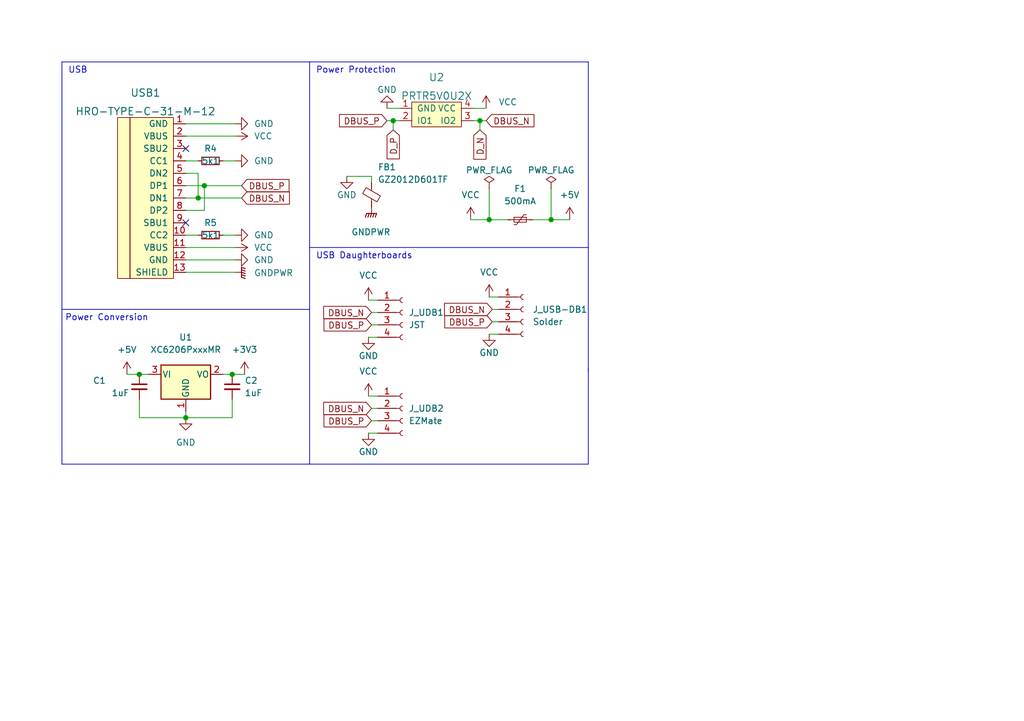
<source format=kicad_sch>
(kicad_sch (version 20230121) (generator eeschema)
  (paper "A5")
  (title_block (title "SST80") (date "2023-02-09") (rev "1.0"))
  (lib_symbols
    (symbol "Connector:Conn_01x04_Female" (pin_names (offset 1.016) hide)
      (property "Reference" "J" (at 0 5.08 0))
      (property "Value" "Conn_01x04_Female" (at 0 -7.62 0))
      (symbol "Conn_01x04_Female_1_1"
        (arc (start 0 -4.572) (mid -0.5058 -5.08) (end 0 -5.588) (stroke (width 0.1524)))
        (arc (start 0 -2.032) (mid -0.5058 -2.54) (end 0 -3.048) (stroke (width 0.1524)))
        (polyline (pts (xy -1.27 -5.08) (xy -0.508 -5.08)) (stroke (width 0.1524)))
        (polyline (pts (xy -1.27 -2.54) (xy -0.508 -2.54)) (stroke (width 0.1524)))
        (polyline (pts (xy -1.27 0) (xy -0.508 0)) (stroke (width 0.1524)))
        (polyline (pts (xy -1.27 2.54) (xy -0.508 2.54)) (stroke (width 0.1524)))
        (arc (start 0 0.508) (mid -0.5058 0) (end 0 -0.508) (stroke (width 0.1524)))
        (arc (start 0 3.048) (mid -0.5058 2.54) (end 0 2.032) (stroke (width 0.1524)))
        (pin passive line (at -5.08 2.54 0) (length 3.81) (name "Pin_1") (number "1"))
        (pin passive line (at -5.08 0 0) (length 3.81) (name "Pin_2") (number "2"))
        (pin passive line (at -5.08 -2.54 0) (length 3.81) (name "Pin_3") (number "3"))
        (pin passive line (at -5.08 -5.08 0) (length 3.81) (name "Pin_4") (number "4"))
      )
    )
    (symbol "Device:C_Small" (pin_numbers hide) (pin_names (offset 0.254) hide)
      (property "Reference" "C" (at 0.254 1.778 0))
      (property "Value" "C_Small" (at 0.254 -2.032 0))
      (symbol "C_Small_0_1"
        (polyline (pts (xy -1.524 -0.508) (xy 1.524 -0.508)) (stroke (width 0.3302)))
        (polyline (pts (xy -1.524 0.508) (xy 1.524 0.508)) (stroke (width 0.3048)))
      )
      (symbol "C_Small_1_1"
        (pin passive line (at 0 2.54 270) (length 2.032) (name "~") (number "1"))
        (pin passive line (at 0 -2.54 90) (length 2.032) (name "~") (number "2"))
      )
    )
    (symbol "Device:FerriteBead_Small" (pin_numbers hide) (pin_names (offset 0))
      (property "Reference" "FB" (at 1.905 1.27 0))
      (property "Value" "FerriteBead_Small" (at 1.905 -1.27 0))
      (symbol "FerriteBead_Small_0_1"
        (polyline (pts (xy 0 -1.27) (xy 0 -0.7874)))
        (polyline (pts (xy 0 0.889) (xy 0 1.2954)))
        (polyline (pts (xy -1.8288 0.2794) (xy -1.1176 1.4986) (xy 1.8288 -0.2032) (xy 1.1176 -1.4224) (xy -1.8288 0.2794)))
      )
      (symbol "FerriteBead_Small_1_1"
        (pin passive line (at 0 2.54 270) (length 1.27) (name "~") (number "1"))
        (pin passive line (at 0 -2.54 90) (length 1.27) (name "~") (number "2"))
      )
    )
    (symbol "Device:Polyfuse_Small" (pin_numbers hide) (pin_names (offset 0))
      (property "Reference" "F" (at -1.905 0 90))
      (property "Value" "Polyfuse_Small" (at 1.905 0 90))
      (symbol "Polyfuse_Small_0_1"
        (rectangle (start -0.508 1.27) (end 0.508 -1.27))
        (polyline (pts (xy 0 2.54) (xy 0 -2.54)))
        (polyline (pts (xy -1.016 1.27) (xy -1.016 0.762) (xy 1.016 -0.762) (xy 1.016 -1.27)))
      )
      (symbol "Polyfuse_Small_1_1"
        (pin passive line (at 0 2.54 270) (length 0.635) (name "~") (number "1"))
        (pin passive line (at 0 -2.54 90) (length 0.635) (name "~") (number "2"))
      )
    )
    (symbol "Device:R_Small" (pin_numbers hide) (pin_names (offset 0.254) hide)
      (property "Reference" "R" (at 0.762 0.508 0))
      (property "Value" "R_Small" (at 0.762 -1.016 0))
      (symbol "R_Small_0_1"
        (rectangle (start -0.762 1.778) (end 0.762 -1.778) (stroke (width 0.2032)))
      )
      (symbol "R_Small_1_1"
        (pin passive line (at 0 2.54 270) (length 0.762) (name "~") (number "1"))
        (pin passive line (at 0 -2.54 90) (length 0.762) (name "~") (number "2"))
      )
    )
    (symbol "Regulator_Linear:XC6206PxxxMR" (pin_names (offset 0.254))
      (property "Reference" "U" (at -3.81 3.175 0))
      (property "Value" "XC6206PxxxMR" (at 0 3.175 0))
      (symbol "XC6206PxxxMR_0_1"
        (rectangle (start -5.08 1.905) (end 5.08 -5.08) (stroke (width 0.254)) (fill (type background)))
      )
      (symbol "XC6206PxxxMR_1_1"
        (pin power_in line (at 0 -7.62 90) (length 2.54) (name "GND") (number "1"))
        (pin power_out line (at 7.62 0 180) (length 2.54) (name "VO") (number "2"))
        (pin power_in line (at -7.62 0 0) (length 2.54) (name "VI") (number "3"))
      )
    )
    (symbol "cipulot_parts:HRO-TYPE-C-31-M-12" (pin_names (offset 1.016))
      (property "Reference" "USB" (at -5.08 16.51 0))
      (property "Value" "HRO-TYPE-C-31-M-12" (at -10.16 -1.27 90))
      (symbol "HRO-TYPE-C-31-M-12_0_1"
        (rectangle (start -11.43 15.24) (end -8.89 -17.78) (fill (type background)))
        (rectangle (start 0 -17.78) (end -8.89 15.24) (fill (type background)))
      )
      (symbol "HRO-TYPE-C-31-M-12_1_1"
        (pin input line (at 2.54 13.97 180) (length 2.54) (name "GND") (number "1"))
        (pin input line (at 2.54 -8.89 180) (length 2.54) (name "CC2") (number "10"))
        (pin input line (at 2.54 -11.43 180) (length 2.54) (name "VBUS") (number "11"))
        (pin input line (at 2.54 -13.97 180) (length 2.54) (name "GND") (number "12"))
        (pin input line (at 2.54 -16.51 180) (length 2.54) (name "SHIELD") (number "13"))
        (pin input line (at 2.54 11.43 180) (length 2.54) (name "VBUS") (number "2"))
        (pin input line (at 2.54 8.89 180) (length 2.54) (name "SBU2") (number "3"))
        (pin input line (at 2.54 6.35 180) (length 2.54) (name "CC1") (number "4"))
        (pin input line (at 2.54 3.81 180) (length 2.54) (name "DN2") (number "5"))
        (pin input line (at 2.54 1.27 180) (length 2.54) (name "DP1") (number "6"))
        (pin input line (at 2.54 -1.27 180) (length 2.54) (name "DN1") (number "7"))
        (pin input line (at 2.54 -3.81 180) (length 2.54) (name "DP2") (number "8"))
        (pin input line (at 2.54 -6.35 180) (length 2.54) (name "SBU1") (number "9"))
      )
    )
    (symbol "cipulot_parts:PRTR5V0U2X" (pin_names (offset 1.016))
      (property "Reference" "U" (at 0 3.81 0))
      (property "Value" "PRTR5V0U2X" (at 0 -3.81 0))
      (symbol "PRTR5V0U2X_0_1"
        (rectangle (start -5.08 2.54) (end 5.08 -2.54) (fill (type background)))
      )
      (symbol "PRTR5V0U2X_1_1"
        (pin input line (at -7.62 1.27 0) (length 2.54) (name "GND") (number "1"))
        (pin input line (at -7.62 -1.27 0) (length 2.54) (name "IO1") (number "2"))
        (pin input line (at 7.62 -1.27 180) (length 2.54) (name "IO2") (number "3"))
        (pin input line (at 7.62 1.27 180) (length 2.54) (name "VCC") (number "4"))
      )
    )
    (symbol "power:+3V3" (power) (pin_names (offset 0))
      (property "Value" "+3V3" (at 0 3.556 0))
      (symbol "+3V3_0_1"
        (polyline (pts (xy -0.762 1.27) (xy 0 2.54)))
        (polyline (pts (xy 0 0) (xy 0 2.54)))
        (polyline (pts (xy 0 2.54) (xy 0.762 1.27)))
      )
      (symbol "+3V3_1_1"
        (pin power_in line (at 0 0 90) (length 0) hide (name "+3V3") (number "1"))
      )
    )
    (symbol "power:+5V" (power) (pin_names (offset 0))
      (property "Value" "+5V" (at 0 3.556 0))
      (symbol "+5V_0_1"
        (polyline (pts (xy -0.762 1.27) (xy 0 2.54)))
        (polyline (pts (xy 0 0) (xy 0 2.54)))
        (polyline (pts (xy 0 2.54) (xy 0.762 1.27)))
      )
      (symbol "+5V_1_1"
        (pin power_in line (at 0 0 90) (length 0) hide (name "+5V") (number "1"))
      )
    )
    (symbol "power:GND" (power) (pin_names (offset 0))
      (property "Value" "GND" (at 0 -3.81 0))
      (symbol "GND_0_1"
        (polyline (pts (xy 0 0) (xy 0 -1.27) (xy 1.27 -1.27) (xy 0 -2.54) (xy -1.27 -1.27) (xy 0 -1.27)))
      )
      (symbol "GND_1_1"
        (pin power_in line (at 0 0 270) (length 0) hide (name "GND") (number "1"))
      )
    )
    (symbol "power:GNDPWR" (power) (pin_names (offset 0))
      (property "Value" "GNDPWR" (at 0 -3.302 0))
      (symbol "GNDPWR_0_1"
        (polyline (pts (xy 0 -1.27) (xy 0 0)))
        (polyline (pts (xy -1.016 -1.27) (xy -1.27 -2.032) (xy -1.27 -2.032)) (stroke (width 0.2032)))
        (polyline (pts (xy -0.508 -1.27) (xy -0.762 -2.032) (xy -0.762 -2.032)) (stroke (width 0.2032)))
        (polyline (pts (xy 0 -1.27) (xy -0.254 -2.032) (xy -0.254 -2.032)) (stroke (width 0.2032)))
        (polyline (pts (xy 0.508 -1.27) (xy 0.254 -2.032) (xy 0.254 -2.032)) (stroke (width 0.2032)))
        (polyline (pts (xy 1.016 -1.27) (xy -1.016 -1.27) (xy -1.016 -1.27)) (stroke (width 0.2032)))
        (polyline (pts (xy 1.016 -1.27) (xy 0.762 -2.032) (xy 0.762 -2.032) (xy 0.762 -2.032)) (stroke (width 0.2032)))
      )
      (symbol "GNDPWR_1_1"
        (pin power_in line (at 0 0 270) (length 0) hide (name "GNDPWR") (number "1"))
      )
    )
    (symbol "power:PWR_FLAG" (power) (pin_numbers hide) (pin_names (offset 0) hide)
      (property "Value" "PWR_FLAG" (at 0 3.81 0))
      (symbol "PWR_FLAG_0_0"
        (pin power_out line (at 0 0 90) (length 0) (name "pwr") (number "1"))
      )
      (symbol "PWR_FLAG_0_1"
        (polyline (pts (xy 0 0) (xy 0 1.27) (xy -1.016 1.905) (xy 0 2.54) (xy 1.016 1.905) (xy 0 1.27)))
      )
    )
    (symbol "power:VCC" (power) (pin_names (offset 0))
      (property "Value" "VCC" (at 0 3.81 0))
      (symbol "VCC_0_1"
        (polyline (pts (xy -0.762 1.27) (xy 0 2.54)))
        (polyline (pts (xy 0 0) (xy 0 2.54)))
        (polyline (pts (xy 0 2.54) (xy 0.762 1.27)))
      )
      (symbol "VCC_1_1"
        (pin power_in line (at 0 0 90) (length 0) hide (name "VCC") (number "1"))
      )
    )
  )
  (junction (at 47.625 76.835))
  (junction (at 38.1 85.725))
  (junction (at 98.425 24.765))
  (junction (at 41.91 38.1))
  (junction (at 100.33 45.085))
  (junction (at 80.645 24.765))
  (junction (at 28.575 76.835))
  (junction (at 113.03 45.085))
  (junction (at 40.64 40.64))
  (no_connect (at 38.1 30.48))
  (no_connect (at 38.1 45.72))
  (wire (pts (xy 40.64 40.64) (xy 38.1 40.64)))
  (wire (pts (xy 38.1 27.94) (xy 48.26 27.94)))
  (wire (pts (xy 40.64 40.64) (xy 49.53 40.64)))
  (polyline (pts (xy 63.5 50.8) (xy 120.65 50.8)))
  (polyline (pts (xy 63.5 12.7) (xy 63.5 63.5)))
  (wire (pts (xy 38.1 25.4) (xy 48.26 25.4)))
  (wire (pts (xy 100.965 66.04) (xy 102.235 66.04)))
  (polyline (pts (xy 12.7 63.5) (xy 12.7 95.25)))
  (wire (pts (xy 75.565 69.215) (xy 77.47 69.215)))
  (wire (pts (xy 47.625 76.835) (xy 50.165 76.835)))
  (wire (pts (xy 45.72 33.02) (xy 48.26 33.02)))
  (wire (pts (xy 45.72 76.835) (xy 47.625 76.835)))
  (wire (pts (xy 28.575 85.725) (xy 38.1 85.725)))
  (wire (pts (xy 76.2 83.82) (xy 77.47 83.82)))
  (polyline (pts (xy 12.7 95.25) (xy 63.5 95.25)))
  (wire (pts (xy 75.565 81.28) (xy 77.47 81.28)))
  (polyline (pts (xy 63.5 95.25) (xy 120.65 95.25)))
  (polyline (pts (xy 63.5 63.5) (xy 12.7 63.5)))
  (wire (pts (xy 41.91 43.18) (xy 41.91 38.1)))
  (wire (pts (xy 98.425 24.765) (xy 99.695 24.765)))
  (wire (pts (xy 100.33 38.735) (xy 100.33 45.085)))
  (wire (pts (xy 38.1 85.725) (xy 47.625 85.725)))
  (wire (pts (xy 38.1 84.455) (xy 38.1 85.725)))
  (wire (pts (xy 97.155 24.765) (xy 98.425 24.765)))
  (wire (pts (xy 75.565 88.9) (xy 77.47 88.9)))
  (wire (pts (xy 40.64 35.56) (xy 40.64 40.64)))
  (wire (pts (xy 100.33 45.085) (xy 104.14 45.085)))
  (wire (pts (xy 41.91 38.1) (xy 38.1 38.1)))
  (wire (pts (xy 47.625 85.725) (xy 47.625 81.915)))
  (wire (pts (xy 71.12 36.195) (xy 76.2 36.195)))
  (wire (pts (xy 80.645 24.765) (xy 81.915 24.765)))
  (polyline (pts (xy 63.5 12.7) (xy 120.65 12.7)))
  (polyline (pts (xy 12.7 12.7) (xy 63.5 12.7)))
  (wire (pts (xy 79.375 22.225) (xy 81.915 22.225)))
  (wire (pts (xy 38.1 53.34) (xy 48.26 53.34)))
  (wire (pts (xy 38.1 35.56) (xy 40.64 35.56)))
  (wire (pts (xy 41.91 38.1) (xy 49.53 38.1)))
  (wire (pts (xy 38.1 33.02) (xy 40.64 33.02)))
  (wire (pts (xy 76.2 64.135) (xy 77.47 64.135)))
  (wire (pts (xy 76.2 66.675) (xy 77.47 66.675)))
  (polyline (pts (xy 63.5 95.25) (xy 63.5 63.5)))
  (wire (pts (xy 100.33 68.58) (xy 102.235 68.58)))
  (wire (pts (xy 76.2 86.36) (xy 77.47 86.36)))
  (wire (pts (xy 113.03 38.735) (xy 113.03 45.085)))
  (polyline (pts (xy 120.65 50.8) (xy 120.65 76.2)))
  (wire (pts (xy 38.1 50.8) (xy 48.26 50.8)))
  (wire (pts (xy 113.03 45.085) (xy 116.84 45.085)))
  (wire (pts (xy 109.22 45.085) (xy 113.03 45.085)))
  (wire (pts (xy 97.155 22.225) (xy 99.695 22.225)))
  (wire (pts (xy 26.035 76.835) (xy 28.575 76.835)))
  (wire (pts (xy 98.425 24.765) (xy 98.425 26.67)))
  (wire (pts (xy 100.33 60.96) (xy 102.235 60.96)))
  (wire (pts (xy 28.575 76.835) (xy 30.48 76.835)))
  (wire (pts (xy 38.1 55.88) (xy 48.26 55.88)))
  (wire (pts (xy 79.375 24.765) (xy 80.645 24.765)))
  (wire (pts (xy 45.72 48.26) (xy 48.26 48.26)))
  (wire (pts (xy 80.645 26.67) (xy 80.645 24.765)))
  (polyline (pts (xy 120.65 12.7) (xy 120.65 50.8)))
  (wire (pts (xy 96.52 45.085) (xy 100.33 45.085)))
  (wire (pts (xy 28.575 81.915) (xy 28.575 85.725)))
  (polyline (pts (xy 120.65 95.25) (xy 120.65 75.565)))
  (wire (pts (xy 75.565 61.595) (xy 77.47 61.595)))
  (wire (pts (xy 100.965 63.5) (xy 102.235 63.5)))
  (wire (pts (xy 38.1 43.18) (xy 41.91 43.18)))
  (wire (pts (xy 76.2 36.195) (xy 76.2 37.465)))
  (polyline (pts (xy 12.7 12.7) (xy 12.7 63.5)))
  (wire (pts (xy 38.1 48.26) (xy 40.64 48.26)))
  (text "Power Conversion" (at 13.335 66.04 0) (effects (font (size 1.27 1.27)) (justify left bottom)))
  (text "Power Protection" (at 64.77 15.24 0) (effects (font (size 1.27 1.27)) (justify left bottom)))
  (text "USB Daughterboards" (at 64.77 53.34 0) (effects (font (size 1.27 1.27)) (justify left bottom)))
  (text "USB" (at 13.97 15.24 0) (effects (font (size 1.27 1.27)) (justify left bottom)))
  (global_label "DBUS_P" (shape input) (at 79.375 24.765 180) (property "Intersheetrefs" "${INTERSHEET_REFS}" (effects hide)))
  (global_label "DBUS_P" (shape input) (at 76.2 86.36 180) (property "Intersheetrefs" "${INTERSHEET_REFS}" (effects hide)))
  (global_label "DBUS_N" (shape input) (at 76.2 64.135 180) (property "Intersheetrefs" "${INTERSHEET_REFS}" (effects hide)))
  (global_label "DBUS_N" (shape input) (at 76.2 83.82 180) (property "Intersheetrefs" "${INTERSHEET_REFS}" (effects hide)))
  (global_label "D_P" (shape input) (at 80.645 26.67 270) (property "Intersheetrefs" "${INTERSHEET_REFS}" (effects hide)))
  (global_label "DBUS_N" (shape input) (at 49.53 40.64 0) (property "Intersheetrefs" "${INTERSHEET_REFS}" (effects hide)))
  (global_label "DBUS_P" (shape input) (at 49.53 38.1 0) (property "Intersheetrefs" "${INTERSHEET_REFS}" (effects hide)))
  (global_label "DBUS_N" (shape input) (at 99.695 24.765 0) (property "Intersheetrefs" "${INTERSHEET_REFS}" (effects hide)))
  (global_label "D_N" (shape input) (at 98.425 26.67 270) (property "Intersheetrefs" "${INTERSHEET_REFS}" (effects hide)))
  (global_label "DBUS_N" (shape input) (at 100.965 63.5 180) (property "Intersheetrefs" "${INTERSHEET_REFS}" (effects hide)))
  (global_label "DBUS_P" (shape input) (at 76.2 66.675 180) (property "Intersheetrefs" "${INTERSHEET_REFS}" (effects hide)))
  (global_label "DBUS_P" (shape input) (at 100.965 66.04 180) (property "Intersheetrefs" "${INTERSHEET_REFS}" (effects hide)))
  (symbol (lib_id "power:GND") (at 48.26 25.4 90) (unit 1)
    (property "Reference" "#PWR0101" (effects hide))
    (property "Value" "GND" (at 52.07 25.3999 90) (effects (justify right)))
  )
  (symbol (lib_id "Device:C_Small") (at 47.625 79.375 0) (unit 1)
    (property "Reference" "C2" (at 50.165 78.105 0) (effects (justify left)))
    (property "Value" "1uF" (at 50.165 80.645 0) (effects (justify left)))
    (property "Footprint" "Capacitor_SMD:C_0402_1005Metric" (effects hide))
  )
  (symbol (lib_id "power:GND") (at 71.12 36.195 0) (unit 1)
    (property "Reference" "#PWR0104" (effects hide))
    (property "Value" "GND" (at 71.12 40.005 0))
  )
  (symbol (lib_id "Connector:Conn_01x04_Female") (at 107.315 63.5 0) (unit 1)
    (property "Reference" "J_USB-DB1" (at 109.22 63.4999 0) (effects (justify left)))
    (property "Value" "Solder" (at 109.22 66.0399 0) (effects (justify left)))
    (property "Footprint" "Connector_PinSocket_2.54mm:PinSocket_1x04_P2.54mm_Vertical" (effects hide))
  )
  (symbol (lib_id "power:GND") (at 79.375 22.225 180) (unit 1)
    (property "Reference" "#PWR0107" (effects hide))
    (property "Value" "GND" (at 79.375 18.415 0))
  )
  (symbol (lib_id "cipulot_parts:PRTR5V0U2X") (at 89.535 23.495 0) (unit 1)
    (property "Reference" "U2" (at 89.535 15.875 0) (effects (font (size 1.524 1.524))))
    (property "Value" "PRTR5V0U2X" (at 89.535 19.685 0) (effects (font (size 1.524 1.524))))
    (property "Footprint" "random-keyboard-parts:SOT143B" (effects hide))
  )
  (symbol (lib_id "power:GND") (at 48.26 48.26 90) (unit 1)
    (property "Reference" "#PWR0113" (effects hide))
    (property "Value" "GND" (at 52.07 48.2599 90) (effects (justify right)))
  )
  (symbol (lib_id "power:+5V") (at 26.035 76.835 0) (unit 1)
    (property "Reference" "#PWR0114" (effects hide))
    (property "Value" "+5V" (at 26.035 71.755 0))
  )
  (symbol (lib_id "Connector:Conn_01x04_Female") (at 82.55 83.82 0) (unit 1)
    (property "Reference" "J_UDB2" (at 83.82 83.8199 0) (effects (justify left)))
    (property "Value" "EZMate" (at 83.82 86.3599 0) (effects (justify left)))
    (property "Footprint" "Connector_Molex:Molex_Pico-EZmate_78171-0004_1x04-1MP_P1.20mm_Vertical" (effects hide))
  )
  (symbol (lib_id "power:GND") (at 75.565 88.9 0) (unit 1)
    (property "Reference" "#PWR0146" (effects hide))
    (property "Value" "GND" (at 75.565 92.71 0))
  )
  (symbol (lib_id "power:GND") (at 100.33 68.58 0) (unit 1)
    (property "Reference" "#PWR0120" (effects hide))
    (property "Value" "GND" (at 100.33 72.39 0))
  )
  (symbol (lib_id "power:+5V") (at 116.84 45.085 0) (unit 1)
    (property "Reference" "#PWR0105" (effects hide))
    (property "Value" "+5V" (at 116.84 40.005 0))
  )
  (symbol (lib_id "power:+3V3") (at 50.165 76.835 0) (unit 1)
    (property "Reference" "#PWR0115" (effects hide))
    (property "Value" "+3V3" (at 50.165 71.755 0))
  )
  (symbol (lib_id "power:VCC") (at 75.565 81.28 0) (unit 1)
    (property "Reference" "#PWR0147" (effects hide))
    (property "Value" "VCC" (at 75.565 76.2 0))
  )
  (symbol (lib_id "Device:C_Small") (at 28.575 79.375 0) (unit 1)
    (property "Reference" "C1" (at 19.05 78.105 0) (effects (justify left)))
    (property "Value" "1uF" (at 22.86 80.645 0) (effects (justify left)))
    (property "Footprint" "Capacitor_SMD:C_0402_1005Metric" (effects hide))
  )
  (symbol (lib_id "power:GND") (at 48.26 53.34 90) (unit 1)
    (property "Reference" "#PWR0111" (effects hide))
    (property "Value" "GND" (at 52.07 53.3399 90) (effects (justify right)))
  )
  (symbol (lib_id "power:GND") (at 38.1 85.725 0) (unit 1)
    (property "Reference" "#PWR0116" (effects hide))
    (property "Value" "GND" (at 38.1 90.805 0))
  )
  (symbol (lib_id "power:GNDPWR") (at 48.26 55.88 90) (unit 1)
    (property "Reference" "#PWR0110" (effects hide))
    (property "Value" "GNDPWR" (at 52.07 56.0069 90) (effects (justify right)))
  )
  (symbol (lib_id "power:VCC") (at 48.26 50.8 270) (unit 1)
    (property "Reference" "#PWR0112" (effects hide))
    (property "Value" "VCC" (at 52.07 50.7999 90) (effects (justify left)))
  )
  (symbol (lib_id "cipulot_parts:HRO-TYPE-C-31-M-12") (at 35.56 39.37 0) (unit 1)
    (property "Reference" "USB1" (at 29.845 19.05 0) (effects (font (size 1.524 1.524))))
    (property "Value" "HRO-TYPE-C-31-M-12" (at 29.845 22.86 0) (effects (font (size 1.524 1.524))))
    (property "Footprint" "cipulot_parts:HRO-TYPE-C-31-M-12-Assembly" (effects hide))
  )
  (symbol (lib_id "Connector:Conn_01x04_Female") (at 82.55 64.135 0) (unit 1)
    (property "Reference" "J_UDB1" (at 83.82 64.1349 0) (effects (justify left)))
    (property "Value" "JST" (at 83.82 66.6749 0) (effects (justify left)))
    (property "Footprint" "Connector_JST:JST_SH_SM04B-SRSS-TB_1x04-1MP_P1.00mm_Horizontal" (effects hide))
  )
  (symbol (lib_id "Regulator_Linear:XC6206PxxxMR") (at 38.1 76.835 0) (unit 1)
    (property "Reference" "U1" (at 38.1 69.215 0))
    (property "Value" "XC6206PxxxMR" (at 38.1 71.755 0))
    (property "Footprint" "Package_TO_SOT_SMD:SOT-23" (effects hide))
    (property "Datasheet" "https://www.torexsemi.com/file/xc6206/XC6206.pdf" (effects hide))
  )
  (symbol (lib_id "power:VCC") (at 75.565 61.595 0) (unit 1)
    (property "Reference" "#PWR0117" (effects hide))
    (property "Value" "VCC" (at 75.565 56.515 0))
  )
  (symbol (lib_id "Device:Polyfuse_Small") (at 106.68 45.085 90) (unit 1)
    (property "Reference" "F1" (at 106.68 38.735 90))
    (property "Value" "500mA" (at 106.68 41.275 90))
    (property "Footprint" "Fuse:Fuse_0805_2012Metric" (effects hide))
  )
  (symbol (lib_id "power:VCC") (at 96.52 45.085 0) (unit 1)
    (property "Reference" "#PWR0109" (effects hide))
    (property "Value" "VCC" (at 96.52 40.005 0))
  )
  (symbol (lib_id "power:VCC") (at 100.33 60.96 0) (unit 1)
    (property "Reference" "#PWR0118" (effects hide))
    (property "Value" "VCC" (at 100.33 55.88 0))
  )
  (symbol (lib_id "power:VCC") (at 99.695 22.225 0) (unit 1)
    (property "Reference" "#PWR0106" (effects hide))
    (property "Value" "VCC" (at 102.235 20.9549 0) (effects (justify left)))
  )
  (symbol (lib_id "Device:R_Small") (at 43.18 33.02 90) (unit 1)
    (property "Reference" "R4" (at 43.18 30.48 90))
    (property "Value" "5k1" (at 43.18 33.02 90))
    (property "Footprint" "Resistor_SMD:R_0402_1005Metric" (effects hide))
  )
  (symbol (lib_id "power:GND") (at 48.26 33.02 90) (unit 1)
    (property "Reference" "#PWR0103" (effects hide))
    (property "Value" "GND" (at 52.07 33.0199 90) (effects (justify right)))
  )
  (symbol (lib_id "power:VCC") (at 48.26 27.94 270) (unit 1)
    (property "Reference" "#PWR0102" (effects hide))
    (property "Value" "VCC" (at 52.07 27.9399 90) (effects (justify left)))
  )
  (symbol (lib_id "Device:R_Small") (at 43.18 48.26 90) (unit 1)
    (property "Reference" "R5" (at 43.18 45.72 90))
    (property "Value" "5k1" (at 43.18 48.26 90))
    (property "Footprint" "Resistor_SMD:R_0402_1005Metric" (effects hide))
  )
  (symbol (lib_id "power:GND") (at 75.565 69.215 0) (unit 1)
    (property "Reference" "#PWR0119" (effects hide))
    (property "Value" "GND" (at 75.565 73.025 0))
  )
  (symbol (lib_id "power:GNDPWR") (at 76.2 42.545 0) (unit 1)
    (property "Reference" "#PWR0108" (effects hide))
    (property "Value" "GNDPWR" (at 76.073 47.625 0))
  )
  (symbol (lib_id "power:PWR_FLAG") (at 100.33 38.735 0) (unit 1)
    (property "Reference" "#FLG0102" (effects hide))
    (property "Value" "PWR_FLAG" (at 100.33 34.925 0))
  )
  (symbol (lib_id "Device:FerriteBead_Small") (at 76.2 40.005 0) (unit 1)
    (property "Reference" "FB1" (at 77.47 34.29 0) (effects (justify left)))
    (property "Value" "GZ2012D601TF" (at 77.47 36.83 0) (effects (justify left)))
    (property "Footprint" "Inductor_SMD:L_0805_2012Metric" (effects hide))
  )
  (symbol (lib_id "power:PWR_FLAG") (at 113.03 38.735 0) (unit 1)
    (property "Reference" "#FLG0101" (effects hide))
    (property "Value" "PWR_FLAG" (at 113.03 34.925 0))
  )
)
</source>
